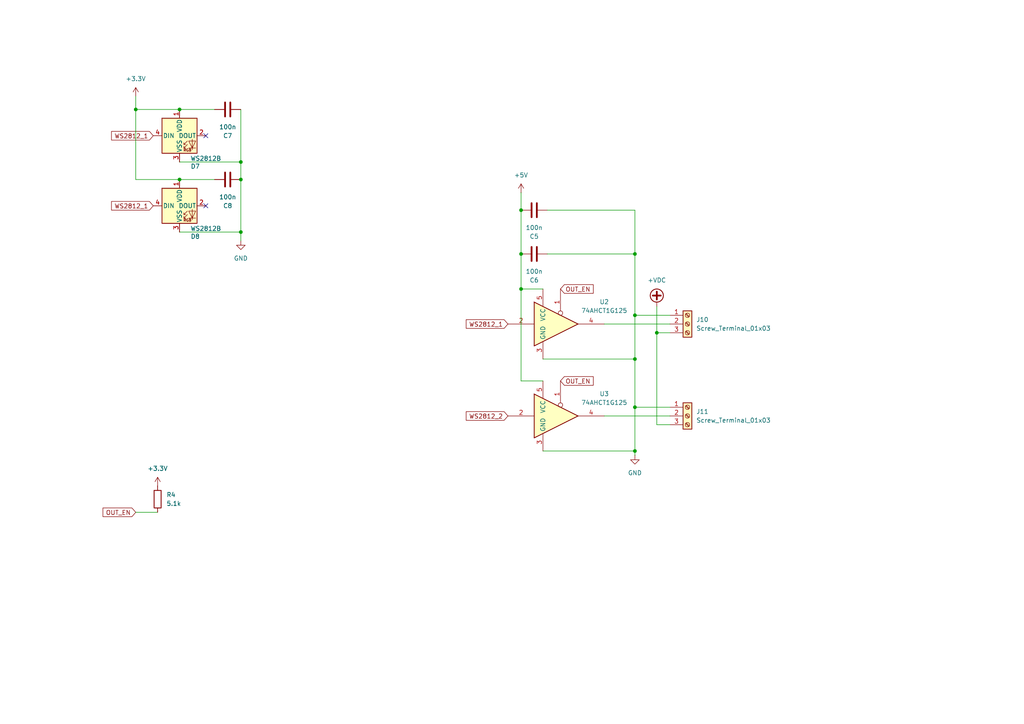
<source format=kicad_sch>
(kicad_sch
	(version 20250114)
	(generator "eeschema")
	(generator_version "9.0")
	(uuid "267f817e-d00b-4fc1-99ba-91748e6a1f52")
	(paper "A4")
	(lib_symbols
		(symbol "74xGxx:74AHCT1G125"
			(exclude_from_sim no)
			(in_bom yes)
			(on_board yes)
			(property "Reference" "U"
				(at -2.54 3.81 0)
				(effects
					(font
						(size 1.27 1.27)
					)
				)
			)
			(property "Value" "74AHCT1G125"
				(at 0 -3.81 0)
				(effects
					(font
						(size 1.27 1.27)
					)
				)
			)
			(property "Footprint" ""
				(at 0 0 0)
				(effects
					(font
						(size 1.27 1.27)
					)
					(hide yes)
				)
			)
			(property "Datasheet" "http://www.ti.com/lit/sg/scyt129e/scyt129e.pdf"
				(at 0 0 0)
				(effects
					(font
						(size 1.27 1.27)
					)
					(hide yes)
				)
			)
			(property "Description" "Single Buffer Gate Tri-State, Low-Voltage CMOS"
				(at 0 0 0)
				(effects
					(font
						(size 1.27 1.27)
					)
					(hide yes)
				)
			)
			(property "ki_keywords" "Single Gate Buff Tri-State LVC CMOS"
				(at 0 0 0)
				(effects
					(font
						(size 1.27 1.27)
					)
					(hide yes)
				)
			)
			(property "ki_fp_filters" "SOT* SG-*"
				(at 0 0 0)
				(effects
					(font
						(size 1.27 1.27)
					)
					(hide yes)
				)
			)
			(symbol "74AHCT1G125_0_1"
				(polyline
					(pts
						(xy -7.62 6.35) (xy -7.62 -6.35) (xy 5.08 0) (xy -7.62 6.35)
					)
					(stroke
						(width 0.254)
						(type default)
					)
					(fill
						(type background)
					)
				)
			)
			(symbol "74AHCT1G125_1_1"
				(pin input line
					(at -15.24 0 0)
					(length 7.62)
					(name "~"
						(effects
							(font
								(size 1.27 1.27)
							)
						)
					)
					(number "2"
						(effects
							(font
								(size 1.27 1.27)
							)
						)
					)
				)
				(pin power_in line
					(at -5.08 10.16 270)
					(length 5.08)
					(name "VCC"
						(effects
							(font
								(size 1.27 1.27)
							)
						)
					)
					(number "5"
						(effects
							(font
								(size 1.27 1.27)
							)
						)
					)
				)
				(pin power_in line
					(at -5.08 -10.16 90)
					(length 5.08)
					(name "GND"
						(effects
							(font
								(size 1.27 1.27)
							)
						)
					)
					(number "3"
						(effects
							(font
								(size 1.27 1.27)
							)
						)
					)
				)
				(pin input inverted
					(at 0 10.16 270)
					(length 7.62)
					(name "~"
						(effects
							(font
								(size 1.27 1.27)
							)
						)
					)
					(number "1"
						(effects
							(font
								(size 1.27 1.27)
							)
						)
					)
				)
				(pin tri_state line
					(at 12.7 0 180)
					(length 7.62)
					(name "~"
						(effects
							(font
								(size 1.27 1.27)
							)
						)
					)
					(number "4"
						(effects
							(font
								(size 1.27 1.27)
							)
						)
					)
				)
			)
			(embedded_fonts no)
		)
		(symbol "Connector:Screw_Terminal_01x03"
			(pin_names
				(offset 1.016)
				(hide yes)
			)
			(exclude_from_sim no)
			(in_bom yes)
			(on_board yes)
			(property "Reference" "J"
				(at 0 5.08 0)
				(effects
					(font
						(size 1.27 1.27)
					)
				)
			)
			(property "Value" "Screw_Terminal_01x03"
				(at 0 -5.08 0)
				(effects
					(font
						(size 1.27 1.27)
					)
				)
			)
			(property "Footprint" ""
				(at 0 0 0)
				(effects
					(font
						(size 1.27 1.27)
					)
					(hide yes)
				)
			)
			(property "Datasheet" "~"
				(at 0 0 0)
				(effects
					(font
						(size 1.27 1.27)
					)
					(hide yes)
				)
			)
			(property "Description" "Generic screw terminal, single row, 01x03, script generated (kicad-library-utils/schlib/autogen/connector/)"
				(at 0 0 0)
				(effects
					(font
						(size 1.27 1.27)
					)
					(hide yes)
				)
			)
			(property "ki_keywords" "screw terminal"
				(at 0 0 0)
				(effects
					(font
						(size 1.27 1.27)
					)
					(hide yes)
				)
			)
			(property "ki_fp_filters" "TerminalBlock*:*"
				(at 0 0 0)
				(effects
					(font
						(size 1.27 1.27)
					)
					(hide yes)
				)
			)
			(symbol "Screw_Terminal_01x03_1_1"
				(rectangle
					(start -1.27 3.81)
					(end 1.27 -3.81)
					(stroke
						(width 0.254)
						(type default)
					)
					(fill
						(type background)
					)
				)
				(polyline
					(pts
						(xy -0.5334 2.8702) (xy 0.3302 2.032)
					)
					(stroke
						(width 0.1524)
						(type default)
					)
					(fill
						(type none)
					)
				)
				(polyline
					(pts
						(xy -0.5334 0.3302) (xy 0.3302 -0.508)
					)
					(stroke
						(width 0.1524)
						(type default)
					)
					(fill
						(type none)
					)
				)
				(polyline
					(pts
						(xy -0.5334 -2.2098) (xy 0.3302 -3.048)
					)
					(stroke
						(width 0.1524)
						(type default)
					)
					(fill
						(type none)
					)
				)
				(polyline
					(pts
						(xy -0.3556 3.048) (xy 0.508 2.2098)
					)
					(stroke
						(width 0.1524)
						(type default)
					)
					(fill
						(type none)
					)
				)
				(polyline
					(pts
						(xy -0.3556 0.508) (xy 0.508 -0.3302)
					)
					(stroke
						(width 0.1524)
						(type default)
					)
					(fill
						(type none)
					)
				)
				(polyline
					(pts
						(xy -0.3556 -2.032) (xy 0.508 -2.8702)
					)
					(stroke
						(width 0.1524)
						(type default)
					)
					(fill
						(type none)
					)
				)
				(circle
					(center 0 2.54)
					(radius 0.635)
					(stroke
						(width 0.1524)
						(type default)
					)
					(fill
						(type none)
					)
				)
				(circle
					(center 0 0)
					(radius 0.635)
					(stroke
						(width 0.1524)
						(type default)
					)
					(fill
						(type none)
					)
				)
				(circle
					(center 0 -2.54)
					(radius 0.635)
					(stroke
						(width 0.1524)
						(type default)
					)
					(fill
						(type none)
					)
				)
				(pin passive line
					(at -5.08 2.54 0)
					(length 3.81)
					(name "Pin_1"
						(effects
							(font
								(size 1.27 1.27)
							)
						)
					)
					(number "1"
						(effects
							(font
								(size 1.27 1.27)
							)
						)
					)
				)
				(pin passive line
					(at -5.08 0 0)
					(length 3.81)
					(name "Pin_2"
						(effects
							(font
								(size 1.27 1.27)
							)
						)
					)
					(number "2"
						(effects
							(font
								(size 1.27 1.27)
							)
						)
					)
				)
				(pin passive line
					(at -5.08 -2.54 0)
					(length 3.81)
					(name "Pin_3"
						(effects
							(font
								(size 1.27 1.27)
							)
						)
					)
					(number "3"
						(effects
							(font
								(size 1.27 1.27)
							)
						)
					)
				)
			)
			(embedded_fonts no)
		)
		(symbol "Device:C"
			(pin_numbers
				(hide yes)
			)
			(pin_names
				(offset 0.254)
			)
			(exclude_from_sim no)
			(in_bom yes)
			(on_board yes)
			(property "Reference" "C"
				(at 0.635 2.54 0)
				(effects
					(font
						(size 1.27 1.27)
					)
					(justify left)
				)
			)
			(property "Value" "C"
				(at 0.635 -2.54 0)
				(effects
					(font
						(size 1.27 1.27)
					)
					(justify left)
				)
			)
			(property "Footprint" ""
				(at 0.9652 -3.81 0)
				(effects
					(font
						(size 1.27 1.27)
					)
					(hide yes)
				)
			)
			(property "Datasheet" "~"
				(at 0 0 0)
				(effects
					(font
						(size 1.27 1.27)
					)
					(hide yes)
				)
			)
			(property "Description" "Unpolarized capacitor"
				(at 0 0 0)
				(effects
					(font
						(size 1.27 1.27)
					)
					(hide yes)
				)
			)
			(property "ki_keywords" "cap capacitor"
				(at 0 0 0)
				(effects
					(font
						(size 1.27 1.27)
					)
					(hide yes)
				)
			)
			(property "ki_fp_filters" "C_*"
				(at 0 0 0)
				(effects
					(font
						(size 1.27 1.27)
					)
					(hide yes)
				)
			)
			(symbol "C_0_1"
				(polyline
					(pts
						(xy -2.032 0.762) (xy 2.032 0.762)
					)
					(stroke
						(width 0.508)
						(type default)
					)
					(fill
						(type none)
					)
				)
				(polyline
					(pts
						(xy -2.032 -0.762) (xy 2.032 -0.762)
					)
					(stroke
						(width 0.508)
						(type default)
					)
					(fill
						(type none)
					)
				)
			)
			(symbol "C_1_1"
				(pin passive line
					(at 0 3.81 270)
					(length 2.794)
					(name "~"
						(effects
							(font
								(size 1.27 1.27)
							)
						)
					)
					(number "1"
						(effects
							(font
								(size 1.27 1.27)
							)
						)
					)
				)
				(pin passive line
					(at 0 -3.81 90)
					(length 2.794)
					(name "~"
						(effects
							(font
								(size 1.27 1.27)
							)
						)
					)
					(number "2"
						(effects
							(font
								(size 1.27 1.27)
							)
						)
					)
				)
			)
			(embedded_fonts no)
		)
		(symbol "Device:R"
			(pin_numbers
				(hide yes)
			)
			(pin_names
				(offset 0)
			)
			(exclude_from_sim no)
			(in_bom yes)
			(on_board yes)
			(property "Reference" "R"
				(at 2.032 0 90)
				(effects
					(font
						(size 1.27 1.27)
					)
				)
			)
			(property "Value" "R"
				(at 0 0 90)
				(effects
					(font
						(size 1.27 1.27)
					)
				)
			)
			(property "Footprint" ""
				(at -1.778 0 90)
				(effects
					(font
						(size 1.27 1.27)
					)
					(hide yes)
				)
			)
			(property "Datasheet" "~"
				(at 0 0 0)
				(effects
					(font
						(size 1.27 1.27)
					)
					(hide yes)
				)
			)
			(property "Description" "Resistor"
				(at 0 0 0)
				(effects
					(font
						(size 1.27 1.27)
					)
					(hide yes)
				)
			)
			(property "ki_keywords" "R res resistor"
				(at 0 0 0)
				(effects
					(font
						(size 1.27 1.27)
					)
					(hide yes)
				)
			)
			(property "ki_fp_filters" "R_*"
				(at 0 0 0)
				(effects
					(font
						(size 1.27 1.27)
					)
					(hide yes)
				)
			)
			(symbol "R_0_1"
				(rectangle
					(start -1.016 -2.54)
					(end 1.016 2.54)
					(stroke
						(width 0.254)
						(type default)
					)
					(fill
						(type none)
					)
				)
			)
			(symbol "R_1_1"
				(pin passive line
					(at 0 3.81 270)
					(length 1.27)
					(name "~"
						(effects
							(font
								(size 1.27 1.27)
							)
						)
					)
					(number "1"
						(effects
							(font
								(size 1.27 1.27)
							)
						)
					)
				)
				(pin passive line
					(at 0 -3.81 90)
					(length 1.27)
					(name "~"
						(effects
							(font
								(size 1.27 1.27)
							)
						)
					)
					(number "2"
						(effects
							(font
								(size 1.27 1.27)
							)
						)
					)
				)
			)
			(embedded_fonts no)
		)
		(symbol "LED:WS2812B"
			(pin_names
				(offset 0.254)
			)
			(exclude_from_sim no)
			(in_bom yes)
			(on_board yes)
			(property "Reference" "D"
				(at 5.08 5.715 0)
				(effects
					(font
						(size 1.27 1.27)
					)
					(justify right bottom)
				)
			)
			(property "Value" "WS2812B"
				(at 1.27 -5.715 0)
				(effects
					(font
						(size 1.27 1.27)
					)
					(justify left top)
				)
			)
			(property "Footprint" "LED_SMD:LED_WS2812B_PLCC4_5.0x5.0mm_P3.2mm"
				(at 1.27 -7.62 0)
				(effects
					(font
						(size 1.27 1.27)
					)
					(justify left top)
					(hide yes)
				)
			)
			(property "Datasheet" "https://cdn-shop.adafruit.com/datasheets/WS2812B.pdf"
				(at 2.54 -9.525 0)
				(effects
					(font
						(size 1.27 1.27)
					)
					(justify left top)
					(hide yes)
				)
			)
			(property "Description" "RGB LED with integrated controller"
				(at 0 0 0)
				(effects
					(font
						(size 1.27 1.27)
					)
					(hide yes)
				)
			)
			(property "ki_keywords" "RGB LED NeoPixel addressable"
				(at 0 0 0)
				(effects
					(font
						(size 1.27 1.27)
					)
					(hide yes)
				)
			)
			(property "ki_fp_filters" "LED*WS2812*PLCC*5.0x5.0mm*P3.2mm*"
				(at 0 0 0)
				(effects
					(font
						(size 1.27 1.27)
					)
					(hide yes)
				)
			)
			(symbol "WS2812B_0_0"
				(text "RGB"
					(at 2.286 -4.191 0)
					(effects
						(font
							(size 0.762 0.762)
						)
					)
				)
			)
			(symbol "WS2812B_0_1"
				(polyline
					(pts
						(xy 1.27 -2.54) (xy 1.778 -2.54)
					)
					(stroke
						(width 0)
						(type default)
					)
					(fill
						(type none)
					)
				)
				(polyline
					(pts
						(xy 1.27 -3.556) (xy 1.778 -3.556)
					)
					(stroke
						(width 0)
						(type default)
					)
					(fill
						(type none)
					)
				)
				(polyline
					(pts
						(xy 2.286 -1.524) (xy 1.27 -2.54) (xy 1.27 -2.032)
					)
					(stroke
						(width 0)
						(type default)
					)
					(fill
						(type none)
					)
				)
				(polyline
					(pts
						(xy 2.286 -2.54) (xy 1.27 -3.556) (xy 1.27 -3.048)
					)
					(stroke
						(width 0)
						(type default)
					)
					(fill
						(type none)
					)
				)
				(polyline
					(pts
						(xy 3.683 -1.016) (xy 3.683 -3.556) (xy 3.683 -4.064)
					)
					(stroke
						(width 0)
						(type default)
					)
					(fill
						(type none)
					)
				)
				(polyline
					(pts
						(xy 4.699 -1.524) (xy 2.667 -1.524) (xy 3.683 -3.556) (xy 4.699 -1.524)
					)
					(stroke
						(width 0)
						(type default)
					)
					(fill
						(type none)
					)
				)
				(polyline
					(pts
						(xy 4.699 -3.556) (xy 2.667 -3.556)
					)
					(stroke
						(width 0)
						(type default)
					)
					(fill
						(type none)
					)
				)
				(rectangle
					(start 5.08 5.08)
					(end -5.08 -5.08)
					(stroke
						(width 0.254)
						(type default)
					)
					(fill
						(type background)
					)
				)
			)
			(symbol "WS2812B_1_1"
				(pin input line
					(at -7.62 0 0)
					(length 2.54)
					(name "DIN"
						(effects
							(font
								(size 1.27 1.27)
							)
						)
					)
					(number "4"
						(effects
							(font
								(size 1.27 1.27)
							)
						)
					)
				)
				(pin power_in line
					(at 0 7.62 270)
					(length 2.54)
					(name "VDD"
						(effects
							(font
								(size 1.27 1.27)
							)
						)
					)
					(number "1"
						(effects
							(font
								(size 1.27 1.27)
							)
						)
					)
				)
				(pin power_in line
					(at 0 -7.62 90)
					(length 2.54)
					(name "VSS"
						(effects
							(font
								(size 1.27 1.27)
							)
						)
					)
					(number "3"
						(effects
							(font
								(size 1.27 1.27)
							)
						)
					)
				)
				(pin output line
					(at 7.62 0 180)
					(length 2.54)
					(name "DOUT"
						(effects
							(font
								(size 1.27 1.27)
							)
						)
					)
					(number "2"
						(effects
							(font
								(size 1.27 1.27)
							)
						)
					)
				)
			)
			(embedded_fonts no)
		)
		(symbol "power:+3.3V"
			(power)
			(pin_numbers
				(hide yes)
			)
			(pin_names
				(offset 0)
				(hide yes)
			)
			(exclude_from_sim no)
			(in_bom yes)
			(on_board yes)
			(property "Reference" "#PWR"
				(at 0 -3.81 0)
				(effects
					(font
						(size 1.27 1.27)
					)
					(hide yes)
				)
			)
			(property "Value" "+3.3V"
				(at 0 3.556 0)
				(effects
					(font
						(size 1.27 1.27)
					)
				)
			)
			(property "Footprint" ""
				(at 0 0 0)
				(effects
					(font
						(size 1.27 1.27)
					)
					(hide yes)
				)
			)
			(property "Datasheet" ""
				(at 0 0 0)
				(effects
					(font
						(size 1.27 1.27)
					)
					(hide yes)
				)
			)
			(property "Description" "Power symbol creates a global label with name \"+3.3V\""
				(at 0 0 0)
				(effects
					(font
						(size 1.27 1.27)
					)
					(hide yes)
				)
			)
			(property "ki_keywords" "global power"
				(at 0 0 0)
				(effects
					(font
						(size 1.27 1.27)
					)
					(hide yes)
				)
			)
			(symbol "+3.3V_0_1"
				(polyline
					(pts
						(xy -0.762 1.27) (xy 0 2.54)
					)
					(stroke
						(width 0)
						(type default)
					)
					(fill
						(type none)
					)
				)
				(polyline
					(pts
						(xy 0 2.54) (xy 0.762 1.27)
					)
					(stroke
						(width 0)
						(type default)
					)
					(fill
						(type none)
					)
				)
				(polyline
					(pts
						(xy 0 0) (xy 0 2.54)
					)
					(stroke
						(width 0)
						(type default)
					)
					(fill
						(type none)
					)
				)
			)
			(symbol "+3.3V_1_1"
				(pin power_in line
					(at 0 0 90)
					(length 0)
					(name "~"
						(effects
							(font
								(size 1.27 1.27)
							)
						)
					)
					(number "1"
						(effects
							(font
								(size 1.27 1.27)
							)
						)
					)
				)
			)
			(embedded_fonts no)
		)
		(symbol "power:+5V"
			(power)
			(pin_numbers
				(hide yes)
			)
			(pin_names
				(offset 0)
				(hide yes)
			)
			(exclude_from_sim no)
			(in_bom yes)
			(on_board yes)
			(property "Reference" "#PWR"
				(at 0 -3.81 0)
				(effects
					(font
						(size 1.27 1.27)
					)
					(hide yes)
				)
			)
			(property "Value" "+5V"
				(at 0 3.556 0)
				(effects
					(font
						(size 1.27 1.27)
					)
				)
			)
			(property "Footprint" ""
				(at 0 0 0)
				(effects
					(font
						(size 1.27 1.27)
					)
					(hide yes)
				)
			)
			(property "Datasheet" ""
				(at 0 0 0)
				(effects
					(font
						(size 1.27 1.27)
					)
					(hide yes)
				)
			)
			(property "Description" "Power symbol creates a global label with name \"+5V\""
				(at 0 0 0)
				(effects
					(font
						(size 1.27 1.27)
					)
					(hide yes)
				)
			)
			(property "ki_keywords" "global power"
				(at 0 0 0)
				(effects
					(font
						(size 1.27 1.27)
					)
					(hide yes)
				)
			)
			(symbol "+5V_0_1"
				(polyline
					(pts
						(xy -0.762 1.27) (xy 0 2.54)
					)
					(stroke
						(width 0)
						(type default)
					)
					(fill
						(type none)
					)
				)
				(polyline
					(pts
						(xy 0 2.54) (xy 0.762 1.27)
					)
					(stroke
						(width 0)
						(type default)
					)
					(fill
						(type none)
					)
				)
				(polyline
					(pts
						(xy 0 0) (xy 0 2.54)
					)
					(stroke
						(width 0)
						(type default)
					)
					(fill
						(type none)
					)
				)
			)
			(symbol "+5V_1_1"
				(pin power_in line
					(at 0 0 90)
					(length 0)
					(name "~"
						(effects
							(font
								(size 1.27 1.27)
							)
						)
					)
					(number "1"
						(effects
							(font
								(size 1.27 1.27)
							)
						)
					)
				)
			)
			(embedded_fonts no)
		)
		(symbol "power:+VDC"
			(power)
			(pin_numbers
				(hide yes)
			)
			(pin_names
				(offset 0)
				(hide yes)
			)
			(exclude_from_sim no)
			(in_bom yes)
			(on_board yes)
			(property "Reference" "#PWR"
				(at 0 -2.54 0)
				(effects
					(font
						(size 1.27 1.27)
					)
					(hide yes)
				)
			)
			(property "Value" "+VDC"
				(at 0 6.35 0)
				(effects
					(font
						(size 1.27 1.27)
					)
				)
			)
			(property "Footprint" ""
				(at 0 0 0)
				(effects
					(font
						(size 1.27 1.27)
					)
					(hide yes)
				)
			)
			(property "Datasheet" ""
				(at 0 0 0)
				(effects
					(font
						(size 1.27 1.27)
					)
					(hide yes)
				)
			)
			(property "Description" "Power symbol creates a global label with name \"+VDC\""
				(at 0 0 0)
				(effects
					(font
						(size 1.27 1.27)
					)
					(hide yes)
				)
			)
			(property "ki_keywords" "global power"
				(at 0 0 0)
				(effects
					(font
						(size 1.27 1.27)
					)
					(hide yes)
				)
			)
			(symbol "+VDC_0_1"
				(polyline
					(pts
						(xy -1.143 3.175) (xy 1.143 3.175)
					)
					(stroke
						(width 0.508)
						(type default)
					)
					(fill
						(type none)
					)
				)
				(circle
					(center 0 3.175)
					(radius 1.905)
					(stroke
						(width 0.254)
						(type default)
					)
					(fill
						(type none)
					)
				)
				(polyline
					(pts
						(xy 0 2.032) (xy 0 4.318)
					)
					(stroke
						(width 0.508)
						(type default)
					)
					(fill
						(type none)
					)
				)
				(polyline
					(pts
						(xy 0 0) (xy 0 1.27)
					)
					(stroke
						(width 0)
						(type default)
					)
					(fill
						(type none)
					)
				)
			)
			(symbol "+VDC_1_1"
				(pin power_in line
					(at 0 0 90)
					(length 0)
					(name "~"
						(effects
							(font
								(size 1.27 1.27)
							)
						)
					)
					(number "1"
						(effects
							(font
								(size 1.27 1.27)
							)
						)
					)
				)
			)
			(embedded_fonts no)
		)
		(symbol "power:GND"
			(power)
			(pin_numbers
				(hide yes)
			)
			(pin_names
				(offset 0)
				(hide yes)
			)
			(exclude_from_sim no)
			(in_bom yes)
			(on_board yes)
			(property "Reference" "#PWR"
				(at 0 -6.35 0)
				(effects
					(font
						(size 1.27 1.27)
					)
					(hide yes)
				)
			)
			(property "Value" "GND"
				(at 0 -3.81 0)
				(effects
					(font
						(size 1.27 1.27)
					)
				)
			)
			(property "Footprint" ""
				(at 0 0 0)
				(effects
					(font
						(size 1.27 1.27)
					)
					(hide yes)
				)
			)
			(property "Datasheet" ""
				(at 0 0 0)
				(effects
					(font
						(size 1.27 1.27)
					)
					(hide yes)
				)
			)
			(property "Description" "Power symbol creates a global label with name \"GND\" , ground"
				(at 0 0 0)
				(effects
					(font
						(size 1.27 1.27)
					)
					(hide yes)
				)
			)
			(property "ki_keywords" "global power"
				(at 0 0 0)
				(effects
					(font
						(size 1.27 1.27)
					)
					(hide yes)
				)
			)
			(symbol "GND_0_1"
				(polyline
					(pts
						(xy 0 0) (xy 0 -1.27) (xy 1.27 -1.27) (xy 0 -2.54) (xy -1.27 -1.27) (xy 0 -1.27)
					)
					(stroke
						(width 0)
						(type default)
					)
					(fill
						(type none)
					)
				)
			)
			(symbol "GND_1_1"
				(pin power_in line
					(at 0 0 270)
					(length 0)
					(name "~"
						(effects
							(font
								(size 1.27 1.27)
							)
						)
					)
					(number "1"
						(effects
							(font
								(size 1.27 1.27)
							)
						)
					)
				)
			)
			(embedded_fonts no)
		)
	)
	(junction
		(at 69.85 67.31)
		(diameter 0)
		(color 0 0 0 0)
		(uuid "07b31905-9e7e-496b-bf54-ed32af01b888")
	)
	(junction
		(at 52.07 52.07)
		(diameter 0)
		(color 0 0 0 0)
		(uuid "0accbba6-7082-483e-88d3-636866bc292c")
	)
	(junction
		(at 184.15 104.14)
		(diameter 0)
		(color 0 0 0 0)
		(uuid "0d20cf9d-c3c0-43bc-82c7-4c674ac8df91")
	)
	(junction
		(at 69.85 46.99)
		(diameter 0)
		(color 0 0 0 0)
		(uuid "425f3531-5beb-4b8a-ac2d-0e284bff9009")
	)
	(junction
		(at 151.13 83.82)
		(diameter 0)
		(color 0 0 0 0)
		(uuid "7f6c4b1b-9989-4a5d-956b-b6a217fb25f8")
	)
	(junction
		(at 151.13 73.66)
		(diameter 0)
		(color 0 0 0 0)
		(uuid "80f54890-faa5-489b-b560-3387361d41a2")
	)
	(junction
		(at 184.15 91.44)
		(diameter 0)
		(color 0 0 0 0)
		(uuid "834843e4-4ef9-43f5-beb7-d574f6830ec2")
	)
	(junction
		(at 39.37 31.75)
		(diameter 0)
		(color 0 0 0 0)
		(uuid "8abb334a-8731-4072-b79f-ff404e2d9e6a")
	)
	(junction
		(at 52.07 31.75)
		(diameter 0)
		(color 0 0 0 0)
		(uuid "c7b54c6d-0ce7-4b37-b8f7-d629af0b9dfd")
	)
	(junction
		(at 69.85 52.07)
		(diameter 0)
		(color 0 0 0 0)
		(uuid "d38342a3-7d9c-4453-b789-8e5f9f6bd1b1")
	)
	(junction
		(at 190.5 96.52)
		(diameter 0)
		(color 0 0 0 0)
		(uuid "ddb5467a-7c27-4957-9d39-d922cdfb4646")
	)
	(junction
		(at 184.15 130.81)
		(diameter 0)
		(color 0 0 0 0)
		(uuid "dfb06592-3f4a-408e-ac64-cb6f4a650457")
	)
	(junction
		(at 184.15 118.11)
		(diameter 0)
		(color 0 0 0 0)
		(uuid "eb8087ee-02fb-4602-a941-496b0b853256")
	)
	(junction
		(at 151.13 60.96)
		(diameter 0)
		(color 0 0 0 0)
		(uuid "ee3714da-1430-4305-b86c-73d3ad5363e6")
	)
	(junction
		(at 184.15 73.66)
		(diameter 0)
		(color 0 0 0 0)
		(uuid "f5f284b9-60aa-41e0-8f6f-619ba5f56dc7")
	)
	(no_connect
		(at 59.69 39.37)
		(uuid "4c7578a0-094b-4a62-8a96-9e762f7fdf10")
	)
	(no_connect
		(at 59.69 59.69)
		(uuid "e50ee57b-4ab4-4f08-a3e6-3d073318fa07")
	)
	(wire
		(pts
			(xy 151.13 73.66) (xy 151.13 83.82)
		)
		(stroke
			(width 0)
			(type default)
		)
		(uuid "057c2d8d-7c7a-492f-81a4-0b06b49a3740")
	)
	(wire
		(pts
			(xy 184.15 130.81) (xy 184.15 132.08)
		)
		(stroke
			(width 0)
			(type default)
		)
		(uuid "0beb0344-9b1c-4c51-8f43-3c9d912dd723")
	)
	(wire
		(pts
			(xy 151.13 55.88) (xy 151.13 60.96)
		)
		(stroke
			(width 0)
			(type default)
		)
		(uuid "0c5c238f-dc86-4e94-b9c1-29d297c28a81")
	)
	(wire
		(pts
			(xy 157.48 104.14) (xy 184.15 104.14)
		)
		(stroke
			(width 0)
			(type default)
		)
		(uuid "13b54389-0370-4729-af08-f00c5c88c3fc")
	)
	(wire
		(pts
			(xy 184.15 91.44) (xy 184.15 104.14)
		)
		(stroke
			(width 0)
			(type default)
		)
		(uuid "1b64effd-65a6-4841-96d5-b208a676ef98")
	)
	(wire
		(pts
			(xy 151.13 60.96) (xy 151.13 73.66)
		)
		(stroke
			(width 0)
			(type default)
		)
		(uuid "1d86afe6-e9c1-42e1-abe9-f01ea923e867")
	)
	(wire
		(pts
			(xy 175.26 120.65) (xy 194.31 120.65)
		)
		(stroke
			(width 0)
			(type default)
		)
		(uuid "2e9cb656-82c7-4e07-a59d-b9dd12f62206")
	)
	(wire
		(pts
			(xy 39.37 27.94) (xy 39.37 31.75)
		)
		(stroke
			(width 0)
			(type default)
		)
		(uuid "449ffcb6-9ed4-4a0b-8ab6-d5f694fcaf55")
	)
	(wire
		(pts
			(xy 184.15 104.14) (xy 184.15 118.11)
		)
		(stroke
			(width 0)
			(type default)
		)
		(uuid "45d2b158-748f-4362-ba7b-bc47d592ab37")
	)
	(wire
		(pts
			(xy 190.5 96.52) (xy 194.31 96.52)
		)
		(stroke
			(width 0)
			(type default)
		)
		(uuid "595d5723-0a52-4de8-90b9-5cd01c6f3fd5")
	)
	(wire
		(pts
			(xy 52.07 31.75) (xy 62.23 31.75)
		)
		(stroke
			(width 0)
			(type default)
		)
		(uuid "5fd8be8b-750c-4ccb-863c-29de1b8b8a89")
	)
	(wire
		(pts
			(xy 184.15 73.66) (xy 184.15 91.44)
		)
		(stroke
			(width 0)
			(type default)
		)
		(uuid "600905e8-8613-4ec0-ae11-41f1cacbaa37")
	)
	(wire
		(pts
			(xy 190.5 88.9) (xy 190.5 96.52)
		)
		(stroke
			(width 0)
			(type default)
		)
		(uuid "68d06ae9-642d-41d9-9f68-7db95bc70f3c")
	)
	(wire
		(pts
			(xy 157.48 83.82) (xy 151.13 83.82)
		)
		(stroke
			(width 0)
			(type default)
		)
		(uuid "712909c0-22e6-4d51-929c-9a2ac404a3f1")
	)
	(wire
		(pts
			(xy 52.07 67.31) (xy 69.85 67.31)
		)
		(stroke
			(width 0)
			(type default)
		)
		(uuid "78ed31e2-52a3-43b1-b005-aa1c48b0d072")
	)
	(wire
		(pts
			(xy 157.48 110.49) (xy 151.13 110.49)
		)
		(stroke
			(width 0)
			(type default)
		)
		(uuid "7a5ec457-f9d8-46e3-a2de-365b85fbdfc4")
	)
	(wire
		(pts
			(xy 39.37 31.75) (xy 39.37 52.07)
		)
		(stroke
			(width 0)
			(type default)
		)
		(uuid "8303e022-4dab-46c2-92c3-5f9519cc3b1a")
	)
	(wire
		(pts
			(xy 184.15 60.96) (xy 184.15 73.66)
		)
		(stroke
			(width 0)
			(type default)
		)
		(uuid "8392b3f1-7266-4dfc-ad4f-4bff4865eab3")
	)
	(wire
		(pts
			(xy 157.48 130.81) (xy 184.15 130.81)
		)
		(stroke
			(width 0)
			(type default)
		)
		(uuid "98e36dd5-bbfd-4e24-9d32-492415aded38")
	)
	(wire
		(pts
			(xy 194.31 123.19) (xy 190.5 123.19)
		)
		(stroke
			(width 0)
			(type default)
		)
		(uuid "9a30cc2d-12e7-4cbc-bd1f-1a8ee8e240cf")
	)
	(wire
		(pts
			(xy 184.15 118.11) (xy 194.31 118.11)
		)
		(stroke
			(width 0)
			(type default)
		)
		(uuid "a531ad87-e2df-44ac-895a-25aa8f730f41")
	)
	(wire
		(pts
			(xy 52.07 46.99) (xy 69.85 46.99)
		)
		(stroke
			(width 0)
			(type default)
		)
		(uuid "b6adea12-0c38-489e-9eda-f1a8a47799bb")
	)
	(wire
		(pts
			(xy 194.31 91.44) (xy 184.15 91.44)
		)
		(stroke
			(width 0)
			(type default)
		)
		(uuid "b7d291f5-6375-4708-833d-2aadd954b2af")
	)
	(wire
		(pts
			(xy 175.26 93.98) (xy 194.31 93.98)
		)
		(stroke
			(width 0)
			(type default)
		)
		(uuid "c5e5c817-d9bb-43a2-9b16-a32dc0a67847")
	)
	(wire
		(pts
			(xy 158.75 60.96) (xy 184.15 60.96)
		)
		(stroke
			(width 0)
			(type default)
		)
		(uuid "c7f232ae-3976-4da6-ac3c-9931f3d928d3")
	)
	(wire
		(pts
			(xy 69.85 52.07) (xy 69.85 67.31)
		)
		(stroke
			(width 0)
			(type default)
		)
		(uuid "c81c4f7b-64a6-406a-b975-5d1328be7b3c")
	)
	(wire
		(pts
			(xy 158.75 73.66) (xy 184.15 73.66)
		)
		(stroke
			(width 0)
			(type default)
		)
		(uuid "d3126aaf-126d-41a6-89c0-3a269a031d76")
	)
	(wire
		(pts
			(xy 184.15 118.11) (xy 184.15 130.81)
		)
		(stroke
			(width 0)
			(type default)
		)
		(uuid "d87cfa82-bce7-4302-9146-133066952d0c")
	)
	(wire
		(pts
			(xy 52.07 52.07) (xy 39.37 52.07)
		)
		(stroke
			(width 0)
			(type default)
		)
		(uuid "da80c801-2bed-48bf-970f-65a0e58634d6")
	)
	(wire
		(pts
			(xy 190.5 123.19) (xy 190.5 96.52)
		)
		(stroke
			(width 0)
			(type default)
		)
		(uuid "dd99899c-ec87-41e4-a8f6-92bac2037825")
	)
	(wire
		(pts
			(xy 69.85 46.99) (xy 69.85 52.07)
		)
		(stroke
			(width 0)
			(type default)
		)
		(uuid "de2ca448-3d0a-42d3-932c-126fcd60046d")
	)
	(wire
		(pts
			(xy 45.72 148.59) (xy 39.37 148.59)
		)
		(stroke
			(width 0)
			(type default)
		)
		(uuid "de2e9a7a-a967-4d36-bd34-642dd155e13b")
	)
	(wire
		(pts
			(xy 69.85 31.75) (xy 69.85 46.99)
		)
		(stroke
			(width 0)
			(type default)
		)
		(uuid "e041fdbb-4ff3-4bdc-90ab-f7221ef19eb9")
	)
	(wire
		(pts
			(xy 151.13 110.49) (xy 151.13 83.82)
		)
		(stroke
			(width 0)
			(type default)
		)
		(uuid "e500c36e-f9d4-4267-be27-e899f5166455")
	)
	(wire
		(pts
			(xy 69.85 67.31) (xy 69.85 69.85)
		)
		(stroke
			(width 0)
			(type default)
		)
		(uuid "e84840ae-cb2f-49b8-b501-bd4ecb5e5c21")
	)
	(wire
		(pts
			(xy 62.23 52.07) (xy 52.07 52.07)
		)
		(stroke
			(width 0)
			(type default)
		)
		(uuid "ed6aeaa9-aec7-4b3b-ac42-a3a987a2c0ff")
	)
	(wire
		(pts
			(xy 39.37 31.75) (xy 52.07 31.75)
		)
		(stroke
			(width 0)
			(type default)
		)
		(uuid "fb1ea82d-5bdb-4e6c-9ab5-8930bb1bd12b")
	)
	(global_label "OUT_EN"
		(shape input)
		(at 162.56 83.82 0)
		(fields_autoplaced yes)
		(effects
			(font
				(size 1.27 1.27)
			)
			(justify left)
		)
		(uuid "36cb7b91-1fbe-4065-846a-f8df3595d0a3")
		(property "Intersheetrefs" "${INTERSHEET_REFS}"
			(at 172.6209 83.82 0)
			(effects
				(font
					(size 1.27 1.27)
				)
				(justify left)
				(hide yes)
			)
		)
	)
	(global_label "WS2812_2"
		(shape input)
		(at 147.32 120.65 180)
		(fields_autoplaced yes)
		(effects
			(font
				(size 1.27 1.27)
			)
			(justify right)
		)
		(uuid "45967c69-ce32-432f-a421-6154825090b5")
		(property "Intersheetrefs" "${INTERSHEET_REFS}"
			(at 134.6588 120.65 0)
			(effects
				(font
					(size 1.27 1.27)
				)
				(justify right)
				(hide yes)
			)
		)
	)
	(global_label "WS2812_1"
		(shape input)
		(at 44.45 59.69 180)
		(fields_autoplaced yes)
		(effects
			(font
				(size 1.27 1.27)
			)
			(justify right)
		)
		(uuid "45abb52f-04f1-4da9-a985-b2cdea6b749b")
		(property "Intersheetrefs" "${INTERSHEET_REFS}"
			(at 31.7888 59.69 0)
			(effects
				(font
					(size 1.27 1.27)
				)
				(justify right)
				(hide yes)
			)
		)
	)
	(global_label "WS2812_1"
		(shape input)
		(at 147.32 93.98 180)
		(fields_autoplaced yes)
		(effects
			(font
				(size 1.27 1.27)
			)
			(justify right)
		)
		(uuid "78ac1123-d0e3-4b66-9be1-6c7594ed99f1")
		(property "Intersheetrefs" "${INTERSHEET_REFS}"
			(at 134.6588 93.98 0)
			(effects
				(font
					(size 1.27 1.27)
				)
				(justify right)
				(hide yes)
			)
		)
	)
	(global_label "OUT_EN"
		(shape input)
		(at 39.37 148.59 180)
		(fields_autoplaced yes)
		(effects
			(font
				(size 1.27 1.27)
			)
			(justify right)
		)
		(uuid "7a6bcb12-4ac4-4cf8-ab4a-c479472b9b18")
		(property "Intersheetrefs" "${INTERSHEET_REFS}"
			(at 29.3091 148.59 0)
			(effects
				(font
					(size 1.27 1.27)
				)
				(justify right)
				(hide yes)
			)
		)
	)
	(global_label "WS2812_1"
		(shape input)
		(at 44.45 39.37 180)
		(fields_autoplaced yes)
		(effects
			(font
				(size 1.27 1.27)
			)
			(justify right)
		)
		(uuid "d587a92d-d6a8-4d68-8bd8-7715fe6d2b1a")
		(property "Intersheetrefs" "${INTERSHEET_REFS}"
			(at 31.7888 39.37 0)
			(effects
				(font
					(size 1.27 1.27)
				)
				(justify right)
				(hide yes)
			)
		)
	)
	(global_label "OUT_EN"
		(shape input)
		(at 162.56 110.49 0)
		(fields_autoplaced yes)
		(effects
			(font
				(size 1.27 1.27)
			)
			(justify left)
		)
		(uuid "d5e4c03c-9ce3-4f46-8e0f-be230aa9940a")
		(property "Intersheetrefs" "${INTERSHEET_REFS}"
			(at 172.6209 110.49 0)
			(effects
				(font
					(size 1.27 1.27)
				)
				(justify left)
				(hide yes)
			)
		)
	)
	(symbol
		(lib_id "Device:C")
		(at 154.94 73.66 90)
		(mirror x)
		(unit 1)
		(exclude_from_sim no)
		(in_bom yes)
		(on_board yes)
		(dnp no)
		(uuid "1068b5ab-a42f-47bb-b9e9-60ad71fd8e77")
		(property "Reference" "C6"
			(at 154.94 81.28 90)
			(effects
				(font
					(size 1.27 1.27)
				)
			)
		)
		(property "Value" "100n"
			(at 154.94 78.74 90)
			(effects
				(font
					(size 1.27 1.27)
				)
			)
		)
		(property "Footprint" "Capacitor_SMD:C_0603_1608Metric_Pad1.08x0.95mm_HandSolder"
			(at 158.75 74.6252 0)
			(effects
				(font
					(size 1.27 1.27)
				)
				(hide yes)
			)
		)
		(property "Datasheet" "~"
			(at 154.94 73.66 0)
			(effects
				(font
					(size 1.27 1.27)
				)
				(hide yes)
			)
		)
		(property "Description" "Unpolarized capacitor"
			(at 154.94 73.66 0)
			(effects
				(font
					(size 1.27 1.27)
				)
				(hide yes)
			)
		)
		(pin "2"
			(uuid "13019479-6a20-445f-a1b3-36928999533d")
		)
		(pin "1"
			(uuid "d7c5f88a-adb4-44d0-b9f8-e99bd2403356")
		)
		(instances
			(project "dmxdude-mini"
				(path "/bd7590c0-6a37-4bf0-a9f2-f26180744ceb/337463c9-19f6-40f5-8e97-b16881129868"
					(reference "C6")
					(unit 1)
				)
			)
		)
	)
	(symbol
		(lib_id "power:+5V")
		(at 151.13 55.88 0)
		(unit 1)
		(exclude_from_sim no)
		(in_bom yes)
		(on_board yes)
		(dnp no)
		(fields_autoplaced yes)
		(uuid "2d812f9f-38a7-4990-8dec-0f3199a6947a")
		(property "Reference" "#PWR010"
			(at 151.13 59.69 0)
			(effects
				(font
					(size 1.27 1.27)
				)
				(hide yes)
			)
		)
		(property "Value" "+5V"
			(at 151.13 50.8 0)
			(effects
				(font
					(size 1.27 1.27)
				)
			)
		)
		(property "Footprint" ""
			(at 151.13 55.88 0)
			(effects
				(font
					(size 1.27 1.27)
				)
				(hide yes)
			)
		)
		(property "Datasheet" ""
			(at 151.13 55.88 0)
			(effects
				(font
					(size 1.27 1.27)
				)
				(hide yes)
			)
		)
		(property "Description" "Power symbol creates a global label with name \"+5V\""
			(at 151.13 55.88 0)
			(effects
				(font
					(size 1.27 1.27)
				)
				(hide yes)
			)
		)
		(pin "1"
			(uuid "7b2195dc-3042-48a8-8a59-2d485184d553")
		)
		(instances
			(project "dmxdude-mini"
				(path "/bd7590c0-6a37-4bf0-a9f2-f26180744ceb/337463c9-19f6-40f5-8e97-b16881129868"
					(reference "#PWR010")
					(unit 1)
				)
			)
		)
	)
	(symbol
		(lib_id "Device:C")
		(at 66.04 31.75 90)
		(mirror x)
		(unit 1)
		(exclude_from_sim no)
		(in_bom yes)
		(on_board yes)
		(dnp no)
		(uuid "3632c46d-c4c2-49c0-a54b-a43a8fe2dd40")
		(property "Reference" "C7"
			(at 66.04 39.37 90)
			(effects
				(font
					(size 1.27 1.27)
				)
			)
		)
		(property "Value" "100n"
			(at 66.04 36.83 90)
			(effects
				(font
					(size 1.27 1.27)
				)
			)
		)
		(property "Footprint" "Capacitor_SMD:C_0603_1608Metric_Pad1.08x0.95mm_HandSolder"
			(at 69.85 32.7152 0)
			(effects
				(font
					(size 1.27 1.27)
				)
				(hide yes)
			)
		)
		(property "Datasheet" "~"
			(at 66.04 31.75 0)
			(effects
				(font
					(size 1.27 1.27)
				)
				(hide yes)
			)
		)
		(property "Description" "Unpolarized capacitor"
			(at 66.04 31.75 0)
			(effects
				(font
					(size 1.27 1.27)
				)
				(hide yes)
			)
		)
		(pin "2"
			(uuid "87ee42a3-1644-4d01-ba2c-75c99a8d2779")
		)
		(pin "1"
			(uuid "6fe70a73-4988-4ff1-bda0-687b59294e32")
		)
		(instances
			(project "dmxdude"
				(path "/bd7590c0-6a37-4bf0-a9f2-f26180744ceb/337463c9-19f6-40f5-8e97-b16881129868"
					(reference "C7")
					(unit 1)
				)
			)
		)
	)
	(symbol
		(lib_id "LED:WS2812B")
		(at 52.07 59.69 0)
		(unit 1)
		(exclude_from_sim no)
		(in_bom yes)
		(on_board yes)
		(dnp no)
		(uuid "48097d35-b1e4-4256-b792-1a7ab17cc935")
		(property "Reference" "D8"
			(at 56.642 68.58 0)
			(effects
				(font
					(size 1.27 1.27)
				)
			)
		)
		(property "Value" "WS2812B"
			(at 59.69 66.294 0)
			(effects
				(font
					(size 1.27 1.27)
				)
			)
		)
		(property "Footprint" "LED_SMD:LED_WS2812B_PLCC4_5.0x5.0mm_P3.2mm"
			(at 53.34 67.31 0)
			(effects
				(font
					(size 1.27 1.27)
				)
				(justify left top)
				(hide yes)
			)
		)
		(property "Datasheet" "https://cdn-shop.adafruit.com/datasheets/WS2812B.pdf"
			(at 54.61 69.215 0)
			(effects
				(font
					(size 1.27 1.27)
				)
				(justify left top)
				(hide yes)
			)
		)
		(property "Description" "RGB LED with integrated controller"
			(at 52.07 59.69 0)
			(effects
				(font
					(size 1.27 1.27)
				)
				(hide yes)
			)
		)
		(pin "4"
			(uuid "7174fd8a-bf9e-477b-98d2-991ab50d5701")
		)
		(pin "1"
			(uuid "dc146d91-1944-4d60-9cd0-e0c7d06666d3")
		)
		(pin "3"
			(uuid "3754a2dc-fb9d-4b65-8bad-8606783ca327")
		)
		(pin "2"
			(uuid "aa47007f-a61b-4997-b590-ee686c7880ce")
		)
		(instances
			(project "dmxdude"
				(path "/bd7590c0-6a37-4bf0-a9f2-f26180744ceb/337463c9-19f6-40f5-8e97-b16881129868"
					(reference "D8")
					(unit 1)
				)
			)
		)
	)
	(symbol
		(lib_id "74xGxx:74AHCT1G125")
		(at 162.56 93.98 0)
		(unit 1)
		(exclude_from_sim no)
		(in_bom yes)
		(on_board yes)
		(dnp no)
		(fields_autoplaced yes)
		(uuid "53ea40cc-9621-47ce-a627-39688b44a4d1")
		(property "Reference" "U2"
			(at 175.26 87.5598 0)
			(effects
				(font
					(size 1.27 1.27)
				)
			)
		)
		(property "Value" "74AHCT1G125"
			(at 175.26 90.0998 0)
			(effects
				(font
					(size 1.27 1.27)
				)
			)
		)
		(property "Footprint" "Package_TO_SOT_SMD:SOT-353_SC-70-5_Handsoldering"
			(at 162.56 93.98 0)
			(effects
				(font
					(size 1.27 1.27)
				)
				(hide yes)
			)
		)
		(property "Datasheet" "http://www.ti.com/lit/sg/scyt129e/scyt129e.pdf"
			(at 162.56 93.98 0)
			(effects
				(font
					(size 1.27 1.27)
				)
				(hide yes)
			)
		)
		(property "Description" "Single Buffer Gate Tri-State, Low-Voltage CMOS"
			(at 162.56 93.98 0)
			(effects
				(font
					(size 1.27 1.27)
				)
				(hide yes)
			)
		)
		(pin "5"
			(uuid "7d3bd268-6ec4-477e-a4a1-025db8d5fd9c")
		)
		(pin "2"
			(uuid "282ce2ba-51d1-4460-b213-43b054263dbe")
		)
		(pin "3"
			(uuid "79570224-15f5-4161-9ccd-82cc51b8c1b4")
		)
		(pin "4"
			(uuid "a6c75be7-0762-4307-82d9-a37da6bd1f0d")
		)
		(pin "1"
			(uuid "8c2f1c5c-b84d-424a-a659-c987c5cbb429")
		)
		(instances
			(project ""
				(path "/bd7590c0-6a37-4bf0-a9f2-f26180744ceb/337463c9-19f6-40f5-8e97-b16881129868"
					(reference "U2")
					(unit 1)
				)
			)
		)
	)
	(symbol
		(lib_id "Device:C")
		(at 66.04 52.07 90)
		(mirror x)
		(unit 1)
		(exclude_from_sim no)
		(in_bom yes)
		(on_board yes)
		(dnp no)
		(uuid "5e7916a1-2b65-4958-9cdf-a95a14341832")
		(property "Reference" "C8"
			(at 66.04 59.69 90)
			(effects
				(font
					(size 1.27 1.27)
				)
			)
		)
		(property "Value" "100n"
			(at 66.04 57.15 90)
			(effects
				(font
					(size 1.27 1.27)
				)
			)
		)
		(property "Footprint" "Capacitor_SMD:C_0603_1608Metric_Pad1.08x0.95mm_HandSolder"
			(at 69.85 53.0352 0)
			(effects
				(font
					(size 1.27 1.27)
				)
				(hide yes)
			)
		)
		(property "Datasheet" "~"
			(at 66.04 52.07 0)
			(effects
				(font
					(size 1.27 1.27)
				)
				(hide yes)
			)
		)
		(property "Description" "Unpolarized capacitor"
			(at 66.04 52.07 0)
			(effects
				(font
					(size 1.27 1.27)
				)
				(hide yes)
			)
		)
		(pin "2"
			(uuid "a99193a3-94d8-4530-b548-db1fc7d0e472")
		)
		(pin "1"
			(uuid "e1f5441d-67fb-495e-8bb9-38fdf64e23d1")
		)
		(instances
			(project "dmxdude"
				(path "/bd7590c0-6a37-4bf0-a9f2-f26180744ceb/337463c9-19f6-40f5-8e97-b16881129868"
					(reference "C8")
					(unit 1)
				)
			)
		)
	)
	(symbol
		(lib_id "power:+3.3V")
		(at 39.37 27.94 0)
		(unit 1)
		(exclude_from_sim no)
		(in_bom yes)
		(on_board yes)
		(dnp no)
		(fields_autoplaced yes)
		(uuid "5f88fc63-421d-4f9c-89e9-59bba99aa4dc")
		(property "Reference" "#PWR015"
			(at 39.37 31.75 0)
			(effects
				(font
					(size 1.27 1.27)
				)
				(hide yes)
			)
		)
		(property "Value" "+3.3V"
			(at 39.37 22.86 0)
			(effects
				(font
					(size 1.27 1.27)
				)
			)
		)
		(property "Footprint" ""
			(at 39.37 27.94 0)
			(effects
				(font
					(size 1.27 1.27)
				)
				(hide yes)
			)
		)
		(property "Datasheet" ""
			(at 39.37 27.94 0)
			(effects
				(font
					(size 1.27 1.27)
				)
				(hide yes)
			)
		)
		(property "Description" "Power symbol creates a global label with name \"+3.3V\""
			(at 39.37 27.94 0)
			(effects
				(font
					(size 1.27 1.27)
				)
				(hide yes)
			)
		)
		(pin "1"
			(uuid "311d4f03-9313-4b1e-836a-9fb2170dfbd9")
		)
		(instances
			(project ""
				(path "/bd7590c0-6a37-4bf0-a9f2-f26180744ceb/337463c9-19f6-40f5-8e97-b16881129868"
					(reference "#PWR015")
					(unit 1)
				)
			)
		)
	)
	(symbol
		(lib_id "74xGxx:74AHCT1G125")
		(at 162.56 120.65 0)
		(unit 1)
		(exclude_from_sim no)
		(in_bom yes)
		(on_board yes)
		(dnp no)
		(fields_autoplaced yes)
		(uuid "86d72cc1-0771-47c3-87e9-eaf27d993aec")
		(property "Reference" "U3"
			(at 175.26 114.2298 0)
			(effects
				(font
					(size 1.27 1.27)
				)
			)
		)
		(property "Value" "74AHCT1G125"
			(at 175.26 116.7698 0)
			(effects
				(font
					(size 1.27 1.27)
				)
			)
		)
		(property "Footprint" "Package_TO_SOT_SMD:SOT-353_SC-70-5_Handsoldering"
			(at 162.56 120.65 0)
			(effects
				(font
					(size 1.27 1.27)
				)
				(hide yes)
			)
		)
		(property "Datasheet" "http://www.ti.com/lit/sg/scyt129e/scyt129e.pdf"
			(at 162.56 120.65 0)
			(effects
				(font
					(size 1.27 1.27)
				)
				(hide yes)
			)
		)
		(property "Description" "Single Buffer Gate Tri-State, Low-Voltage CMOS"
			(at 162.56 120.65 0)
			(effects
				(font
					(size 1.27 1.27)
				)
				(hide yes)
			)
		)
		(pin "5"
			(uuid "7d3bd268-6ec4-477e-a4a1-025db8d5fd9c")
		)
		(pin "2"
			(uuid "282ce2ba-51d1-4460-b213-43b054263dbe")
		)
		(pin "3"
			(uuid "79570224-15f5-4161-9ccd-82cc51b8c1b4")
		)
		(pin "4"
			(uuid "a6c75be7-0762-4307-82d9-a37da6bd1f0d")
		)
		(pin "1"
			(uuid "8c2f1c5c-b84d-424a-a659-c987c5cbb429")
		)
		(instances
			(project ""
				(path "/bd7590c0-6a37-4bf0-a9f2-f26180744ceb/337463c9-19f6-40f5-8e97-b16881129868"
					(reference "U3")
					(unit 1)
				)
			)
		)
	)
	(symbol
		(lib_id "Connector:Screw_Terminal_01x03")
		(at 199.39 120.65 0)
		(unit 1)
		(exclude_from_sim no)
		(in_bom yes)
		(on_board yes)
		(dnp no)
		(fields_autoplaced yes)
		(uuid "b49b9e4d-3e23-4f10-bcec-7cf62d7368f2")
		(property "Reference" "J11"
			(at 201.93 119.3799 0)
			(effects
				(font
					(size 1.27 1.27)
				)
				(justify left)
			)
		)
		(property "Value" "Screw_Terminal_01x03"
			(at 201.93 121.9199 0)
			(effects
				(font
					(size 1.27 1.27)
				)
				(justify left)
			)
		)
		(property "Footprint" "TerminalBlock_MetzConnect:TerminalBlock_MetzConnect_Type101_RT01603HBWC_1x03_P5.08mm_Horizontal"
			(at 199.39 120.65 0)
			(effects
				(font
					(size 1.27 1.27)
				)
				(hide yes)
			)
		)
		(property "Datasheet" "~"
			(at 199.39 120.65 0)
			(effects
				(font
					(size 1.27 1.27)
				)
				(hide yes)
			)
		)
		(property "Description" "Generic screw terminal, single row, 01x03, script generated (kicad-library-utils/schlib/autogen/connector/)"
			(at 199.39 120.65 0)
			(effects
				(font
					(size 1.27 1.27)
				)
				(hide yes)
			)
		)
		(pin "3"
			(uuid "f90f95fa-13c6-4c9d-9a64-0fedc53f1178")
		)
		(pin "1"
			(uuid "638622d4-979e-4045-80be-c84ba8f797b5")
		)
		(pin "2"
			(uuid "f69da83b-d9c1-4dad-be3c-dc9699d847c9")
		)
		(instances
			(project "dmxdude"
				(path "/bd7590c0-6a37-4bf0-a9f2-f26180744ceb/337463c9-19f6-40f5-8e97-b16881129868"
					(reference "J11")
					(unit 1)
				)
			)
		)
	)
	(symbol
		(lib_id "power:+3.3V")
		(at 45.72 140.97 0)
		(unit 1)
		(exclude_from_sim no)
		(in_bom yes)
		(on_board yes)
		(dnp no)
		(fields_autoplaced yes)
		(uuid "c3295e82-55e4-4764-a13b-d0580f37336f")
		(property "Reference" "#PWR09"
			(at 45.72 144.78 0)
			(effects
				(font
					(size 1.27 1.27)
				)
				(hide yes)
			)
		)
		(property "Value" "+3.3V"
			(at 45.72 135.89 0)
			(effects
				(font
					(size 1.27 1.27)
				)
			)
		)
		(property "Footprint" ""
			(at 45.72 140.97 0)
			(effects
				(font
					(size 1.27 1.27)
				)
				(hide yes)
			)
		)
		(property "Datasheet" ""
			(at 45.72 140.97 0)
			(effects
				(font
					(size 1.27 1.27)
				)
				(hide yes)
			)
		)
		(property "Description" "Power symbol creates a global label with name \"+3.3V\""
			(at 45.72 140.97 0)
			(effects
				(font
					(size 1.27 1.27)
				)
				(hide yes)
			)
		)
		(pin "1"
			(uuid "d3071714-44d5-4653-9318-7f30163009fc")
		)
		(instances
			(project "dmxdude"
				(path "/bd7590c0-6a37-4bf0-a9f2-f26180744ceb/337463c9-19f6-40f5-8e97-b16881129868"
					(reference "#PWR09")
					(unit 1)
				)
			)
		)
	)
	(symbol
		(lib_id "power:GND")
		(at 69.85 69.85 0)
		(unit 1)
		(exclude_from_sim no)
		(in_bom yes)
		(on_board yes)
		(dnp no)
		(fields_autoplaced yes)
		(uuid "ce9d182e-e2ee-4c09-93e0-61da6ad240aa")
		(property "Reference" "#PWR018"
			(at 69.85 76.2 0)
			(effects
				(font
					(size 1.27 1.27)
				)
				(hide yes)
			)
		)
		(property "Value" "GND"
			(at 69.85 74.93 0)
			(effects
				(font
					(size 1.27 1.27)
				)
			)
		)
		(property "Footprint" ""
			(at 69.85 69.85 0)
			(effects
				(font
					(size 1.27 1.27)
				)
				(hide yes)
			)
		)
		(property "Datasheet" ""
			(at 69.85 69.85 0)
			(effects
				(font
					(size 1.27 1.27)
				)
				(hide yes)
			)
		)
		(property "Description" "Power symbol creates a global label with name \"GND\" , ground"
			(at 69.85 69.85 0)
			(effects
				(font
					(size 1.27 1.27)
				)
				(hide yes)
			)
		)
		(pin "1"
			(uuid "6fb02bd7-a34d-494d-b641-536aab0337d5")
		)
		(instances
			(project ""
				(path "/bd7590c0-6a37-4bf0-a9f2-f26180744ceb/337463c9-19f6-40f5-8e97-b16881129868"
					(reference "#PWR018")
					(unit 1)
				)
			)
		)
	)
	(symbol
		(lib_id "LED:WS2812B")
		(at 52.07 39.37 0)
		(unit 1)
		(exclude_from_sim no)
		(in_bom yes)
		(on_board yes)
		(dnp no)
		(uuid "d3b3b23d-0722-4e4c-aabc-3e56ca633dfe")
		(property "Reference" "D7"
			(at 56.642 48.26 0)
			(effects
				(font
					(size 1.27 1.27)
				)
			)
		)
		(property "Value" "WS2812B"
			(at 59.69 45.974 0)
			(effects
				(font
					(size 1.27 1.27)
				)
			)
		)
		(property "Footprint" "LED_SMD:LED_WS2812B_PLCC4_5.0x5.0mm_P3.2mm"
			(at 53.34 46.99 0)
			(effects
				(font
					(size 1.27 1.27)
				)
				(justify left top)
				(hide yes)
			)
		)
		(property "Datasheet" "https://cdn-shop.adafruit.com/datasheets/WS2812B.pdf"
			(at 54.61 48.895 0)
			(effects
				(font
					(size 1.27 1.27)
				)
				(justify left top)
				(hide yes)
			)
		)
		(property "Description" "RGB LED with integrated controller"
			(at 52.07 39.37 0)
			(effects
				(font
					(size 1.27 1.27)
				)
				(hide yes)
			)
		)
		(pin "4"
			(uuid "b3404fdf-8739-4db5-8e9f-e82880c1f2bc")
		)
		(pin "1"
			(uuid "460da630-94fa-45b0-b8aa-7f6801b211c0")
		)
		(pin "3"
			(uuid "6c0f5bc9-59a2-4b16-9dc4-78cd659af1bb")
		)
		(pin "2"
			(uuid "7bf472fb-d81f-4b7b-bda1-a2fcca6857e6")
		)
		(instances
			(project "dmxdude"
				(path "/bd7590c0-6a37-4bf0-a9f2-f26180744ceb/337463c9-19f6-40f5-8e97-b16881129868"
					(reference "D7")
					(unit 1)
				)
			)
		)
	)
	(symbol
		(lib_id "Device:C")
		(at 154.94 60.96 90)
		(mirror x)
		(unit 1)
		(exclude_from_sim no)
		(in_bom yes)
		(on_board yes)
		(dnp no)
		(uuid "d9860165-0a1d-43bd-8d76-74de607c000c")
		(property "Reference" "C5"
			(at 154.94 68.58 90)
			(effects
				(font
					(size 1.27 1.27)
				)
			)
		)
		(property "Value" "100n"
			(at 154.94 66.04 90)
			(effects
				(font
					(size 1.27 1.27)
				)
			)
		)
		(property "Footprint" "Capacitor_SMD:C_0603_1608Metric_Pad1.08x0.95mm_HandSolder"
			(at 158.75 61.9252 0)
			(effects
				(font
					(size 1.27 1.27)
				)
				(hide yes)
			)
		)
		(property "Datasheet" "~"
			(at 154.94 60.96 0)
			(effects
				(font
					(size 1.27 1.27)
				)
				(hide yes)
			)
		)
		(property "Description" "Unpolarized capacitor"
			(at 154.94 60.96 0)
			(effects
				(font
					(size 1.27 1.27)
				)
				(hide yes)
			)
		)
		(pin "2"
			(uuid "5202b703-dfdc-4719-86b7-18031963d63d")
		)
		(pin "1"
			(uuid "e0e616d5-992e-457b-bae6-a6e0f824b288")
		)
		(instances
			(project "dmxdude-mini"
				(path "/bd7590c0-6a37-4bf0-a9f2-f26180744ceb/337463c9-19f6-40f5-8e97-b16881129868"
					(reference "C5")
					(unit 1)
				)
			)
		)
	)
	(symbol
		(lib_id "power:+VDC")
		(at 190.5 88.9 0)
		(unit 1)
		(exclude_from_sim no)
		(in_bom yes)
		(on_board yes)
		(dnp no)
		(fields_autoplaced yes)
		(uuid "eb47f970-959d-41db-9309-25ea9fbb3e5e")
		(property "Reference" "#PWR017"
			(at 190.5 91.44 0)
			(effects
				(font
					(size 1.27 1.27)
				)
				(hide yes)
			)
		)
		(property "Value" "+VDC"
			(at 190.5 81.28 0)
			(effects
				(font
					(size 1.27 1.27)
				)
			)
		)
		(property "Footprint" ""
			(at 190.5 88.9 0)
			(effects
				(font
					(size 1.27 1.27)
				)
				(hide yes)
			)
		)
		(property "Datasheet" ""
			(at 190.5 88.9 0)
			(effects
				(font
					(size 1.27 1.27)
				)
				(hide yes)
			)
		)
		(property "Description" "Power symbol creates a global label with name \"+VDC\""
			(at 190.5 88.9 0)
			(effects
				(font
					(size 1.27 1.27)
				)
				(hide yes)
			)
		)
		(pin "1"
			(uuid "566689e9-8195-4fad-987f-2d43d7e9eb6f")
		)
		(instances
			(project ""
				(path "/bd7590c0-6a37-4bf0-a9f2-f26180744ceb/337463c9-19f6-40f5-8e97-b16881129868"
					(reference "#PWR017")
					(unit 1)
				)
			)
		)
	)
	(symbol
		(lib_id "power:GND")
		(at 184.15 132.08 0)
		(unit 1)
		(exclude_from_sim no)
		(in_bom yes)
		(on_board yes)
		(dnp no)
		(fields_autoplaced yes)
		(uuid "f5191306-b7cf-418e-ac12-1c5cd7bec10c")
		(property "Reference" "#PWR016"
			(at 184.15 138.43 0)
			(effects
				(font
					(size 1.27 1.27)
				)
				(hide yes)
			)
		)
		(property "Value" "GND"
			(at 184.15 137.16 0)
			(effects
				(font
					(size 1.27 1.27)
				)
			)
		)
		(property "Footprint" ""
			(at 184.15 132.08 0)
			(effects
				(font
					(size 1.27 1.27)
				)
				(hide yes)
			)
		)
		(property "Datasheet" ""
			(at 184.15 132.08 0)
			(effects
				(font
					(size 1.27 1.27)
				)
				(hide yes)
			)
		)
		(property "Description" "Power symbol creates a global label with name \"GND\" , ground"
			(at 184.15 132.08 0)
			(effects
				(font
					(size 1.27 1.27)
				)
				(hide yes)
			)
		)
		(pin "1"
			(uuid "e5d8ca46-bda4-4564-8e77-2c187f4ba097")
		)
		(instances
			(project ""
				(path "/bd7590c0-6a37-4bf0-a9f2-f26180744ceb/337463c9-19f6-40f5-8e97-b16881129868"
					(reference "#PWR016")
					(unit 1)
				)
			)
		)
	)
	(symbol
		(lib_id "Connector:Screw_Terminal_01x03")
		(at 199.39 93.98 0)
		(unit 1)
		(exclude_from_sim no)
		(in_bom yes)
		(on_board yes)
		(dnp no)
		(fields_autoplaced yes)
		(uuid "f9de3094-98a8-42ce-944f-a32b09a38888")
		(property "Reference" "J10"
			(at 201.93 92.7099 0)
			(effects
				(font
					(size 1.27 1.27)
				)
				(justify left)
			)
		)
		(property "Value" "Screw_Terminal_01x03"
			(at 201.93 95.2499 0)
			(effects
				(font
					(size 1.27 1.27)
				)
				(justify left)
			)
		)
		(property "Footprint" "TerminalBlock_MetzConnect:TerminalBlock_MetzConnect_Type101_RT01603HBWC_1x03_P5.08mm_Horizontal"
			(at 199.39 93.98 0)
			(effects
				(font
					(size 1.27 1.27)
				)
				(hide yes)
			)
		)
		(property "Datasheet" "~"
			(at 199.39 93.98 0)
			(effects
				(font
					(size 1.27 1.27)
				)
				(hide yes)
			)
		)
		(property "Description" "Generic screw terminal, single row, 01x03, script generated (kicad-library-utils/schlib/autogen/connector/)"
			(at 199.39 93.98 0)
			(effects
				(font
					(size 1.27 1.27)
				)
				(hide yes)
			)
		)
		(pin "3"
			(uuid "e0543f49-4111-4203-93c0-2b7fae6d5413")
		)
		(pin "1"
			(uuid "6466b3bd-ae89-43db-897f-691c866b9868")
		)
		(pin "2"
			(uuid "e7ac2886-63e6-47a8-8ee5-b43b94005495")
		)
		(instances
			(project "dmxdude"
				(path "/bd7590c0-6a37-4bf0-a9f2-f26180744ceb/337463c9-19f6-40f5-8e97-b16881129868"
					(reference "J10")
					(unit 1)
				)
			)
		)
	)
	(symbol
		(lib_id "Device:R")
		(at 45.72 144.78 0)
		(unit 1)
		(exclude_from_sim no)
		(in_bom yes)
		(on_board yes)
		(dnp no)
		(uuid "fa7afe6d-3e72-4e26-8299-2a6dfe8be779")
		(property "Reference" "R4"
			(at 48.26 143.5099 0)
			(effects
				(font
					(size 1.27 1.27)
				)
				(justify left)
			)
		)
		(property "Value" "5.1k"
			(at 48.26 146.0499 0)
			(effects
				(font
					(size 1.27 1.27)
				)
				(justify left)
			)
		)
		(property "Footprint" "Resistor_SMD:R_0603_1608Metric_Pad0.98x0.95mm_HandSolder"
			(at 43.942 144.78 90)
			(effects
				(font
					(size 1.27 1.27)
				)
				(hide yes)
			)
		)
		(property "Datasheet" "~"
			(at 45.72 144.78 0)
			(effects
				(font
					(size 1.27 1.27)
				)
				(hide yes)
			)
		)
		(property "Description" "Resistor"
			(at 45.72 144.78 0)
			(effects
				(font
					(size 1.27 1.27)
				)
				(hide yes)
			)
		)
		(pin "1"
			(uuid "ac7cb511-c182-4897-bb85-aba06d180787")
		)
		(pin "2"
			(uuid "757d32b0-cd40-4197-b979-4f55f60f7687")
		)
		(instances
			(project "dmxdude"
				(path "/bd7590c0-6a37-4bf0-a9f2-f26180744ceb/337463c9-19f6-40f5-8e97-b16881129868"
					(reference "R4")
					(unit 1)
				)
			)
		)
	)
)

</source>
